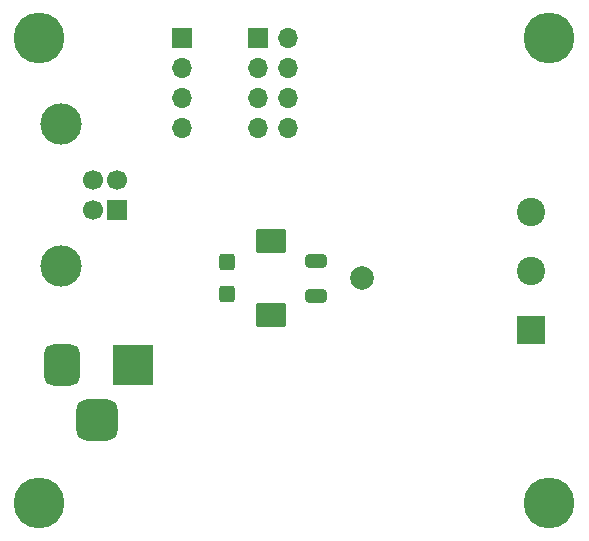
<source format=gbr>
%TF.GenerationSoftware,KiCad,Pcbnew,7.0.9-7.0.9~ubuntu20.04.1*%
%TF.CreationDate,2024-01-05T14:18:09+00:00*%
%TF.ProjectId,ESP01LEDDriver,45535030-314c-4454-9444-72697665722e,rev?*%
%TF.SameCoordinates,Original*%
%TF.FileFunction,Soldermask,Bot*%
%TF.FilePolarity,Negative*%
%FSLAX46Y46*%
G04 Gerber Fmt 4.6, Leading zero omitted, Abs format (unit mm)*
G04 Created by KiCad (PCBNEW 7.0.9-7.0.9~ubuntu20.04.1) date 2024-01-05 14:18:09*
%MOMM*%
%LPD*%
G01*
G04 APERTURE LIST*
G04 Aperture macros list*
%AMRoundRect*
0 Rectangle with rounded corners*
0 $1 Rounding radius*
0 $2 $3 $4 $5 $6 $7 $8 $9 X,Y pos of 4 corners*
0 Add a 4 corners polygon primitive as box body*
4,1,4,$2,$3,$4,$5,$6,$7,$8,$9,$2,$3,0*
0 Add four circle primitives for the rounded corners*
1,1,$1+$1,$2,$3*
1,1,$1+$1,$4,$5*
1,1,$1+$1,$6,$7*
1,1,$1+$1,$8,$9*
0 Add four rect primitives between the rounded corners*
20,1,$1+$1,$2,$3,$4,$5,0*
20,1,$1+$1,$4,$5,$6,$7,0*
20,1,$1+$1,$6,$7,$8,$9,0*
20,1,$1+$1,$8,$9,$2,$3,0*%
G04 Aperture macros list end*
%ADD10R,1.700000X1.700000*%
%ADD11O,1.700000X1.700000*%
%ADD12C,4.300000*%
%ADD13R,3.500000X3.500000*%
%ADD14RoundRect,0.750000X-0.750000X-1.000000X0.750000X-1.000000X0.750000X1.000000X-0.750000X1.000000X0*%
%ADD15RoundRect,0.875000X-0.875000X-0.875000X0.875000X-0.875000X0.875000X0.875000X-0.875000X0.875000X0*%
%ADD16C,1.700000*%
%ADD17C,3.500000*%
%ADD18C,2.000000*%
%ADD19R,2.400000X2.400000*%
%ADD20C,2.400000*%
%ADD21RoundRect,0.250000X-0.650000X0.325000X-0.650000X-0.325000X0.650000X-0.325000X0.650000X0.325000X0*%
%ADD22RoundRect,0.250000X-0.425000X0.450000X-0.425000X-0.450000X0.425000X-0.450000X0.425000X0.450000X0*%
%ADD23RoundRect,0.250000X-1.025000X0.787500X-1.025000X-0.787500X1.025000X-0.787500X1.025000X0.787500X0*%
G04 APERTURE END LIST*
D10*
%TO.C,J2*%
X36258500Y-21590000D03*
D11*
X38798500Y-21590000D03*
X36258500Y-24130000D03*
X38798500Y-24130000D03*
X36258500Y-26670000D03*
X38798500Y-26670000D03*
X36258500Y-29210000D03*
X38798500Y-29210000D03*
%TD*%
D12*
%TO.C,H4*%
X60960000Y-60960000D03*
%TD*%
D13*
%TO.C,CON1*%
X25685000Y-49276000D03*
D14*
X19685000Y-49276000D03*
D15*
X22685000Y-53976000D03*
%TD*%
D10*
%TO.C,J4*%
X24357500Y-36175000D03*
D16*
X24357500Y-33675000D03*
X22357500Y-33675000D03*
X22357500Y-36175000D03*
D17*
X19647500Y-40945000D03*
X19647500Y-28905000D03*
%TD*%
D10*
%TO.C,J1*%
X29845000Y-21600000D03*
D11*
X29845000Y-24140000D03*
X29845000Y-26680000D03*
X29845000Y-29220000D03*
%TD*%
D18*
%TO.C,TP1*%
X45085000Y-41910000D03*
%TD*%
D12*
%TO.C,H1*%
X17780000Y-21590000D03*
%TD*%
%TO.C,H2*%
X17780000Y-60960000D03*
%TD*%
%TO.C,H3*%
X60960000Y-21590000D03*
%TD*%
D19*
%TO.C,J3*%
X59390000Y-46355000D03*
D20*
X59390000Y-41355000D03*
X59390000Y-36355000D03*
%TD*%
D21*
%TO.C,C2*%
X41235000Y-40475000D03*
X41235000Y-43425000D03*
%TD*%
D22*
%TO.C,C3*%
X33655000Y-40600000D03*
X33655000Y-43300000D03*
%TD*%
D23*
%TO.C,C1*%
X37425000Y-38837500D03*
X37425000Y-45062500D03*
%TD*%
M02*

</source>
